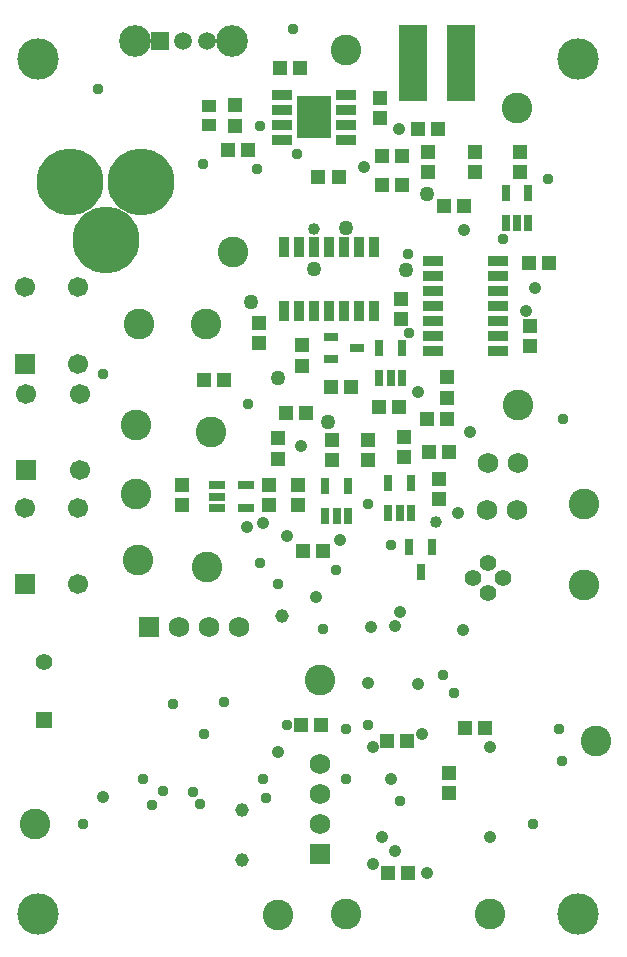
<source format=gts>
G75*
%MOIN*%
%OFA0B0*%
%FSLAX25Y25*%
%IPPOS*%
%LPD*%
%AMOC8*
5,1,8,0,0,1.08239X$1,22.5*
%
%ADD10R,0.05131X0.04737*%
%ADD11R,0.03162X0.05524*%
%ADD12R,0.03359X0.06883*%
%ADD13R,0.06883X0.03359*%
%ADD14R,0.04737X0.05131*%
%ADD15R,0.06804X0.03359*%
%ADD16R,0.11469X0.13989*%
%ADD17R,0.09461X0.25603*%
%ADD18R,0.05950X0.05950*%
%ADD19C,0.05950*%
%ADD20C,0.10603*%
%ADD21R,0.04658X0.04225*%
%ADD22R,0.06824X0.06824*%
%ADD23C,0.06824*%
%ADD24C,0.06800*%
%ADD25R,0.05524X0.03162*%
%ADD26R,0.04934X0.03162*%
%ADD27C,0.06698*%
%ADD28R,0.06698X0.06698*%
%ADD29C,0.05556*%
%ADD30R,0.03162X0.05721*%
%ADD31C,0.22296*%
%ADD32C,0.10249*%
%ADD33R,0.05544X0.05544*%
%ADD34C,0.05544*%
%ADD35C,0.13800*%
%ADD36C,0.03778*%
%ADD37C,0.04959*%
%ADD38C,0.04172*%
%ADD39C,0.04565*%
%ADD40C,0.03975*%
D10*
X0125454Y0084300D03*
X0132146Y0084300D03*
X0153954Y0078800D03*
X0160646Y0078800D03*
X0174800Y0068146D03*
X0174800Y0061454D03*
X0179954Y0083300D03*
X0186646Y0083300D03*
X0132646Y0142300D03*
X0125954Y0142300D03*
X0124300Y0157454D03*
X0124300Y0164146D03*
X0114800Y0164146D03*
X0114800Y0157454D03*
X0135800Y0172454D03*
X0135800Y0179146D03*
X0147800Y0179146D03*
X0147800Y0172454D03*
X0159800Y0173454D03*
X0159800Y0180146D03*
X0171300Y0166146D03*
X0171300Y0159454D03*
X0142146Y0196800D03*
X0135454Y0196800D03*
X0158800Y0219454D03*
X0158800Y0226146D03*
X0159146Y0264300D03*
X0152454Y0264300D03*
X0167800Y0268454D03*
X0167800Y0275146D03*
X0125146Y0303300D03*
X0118454Y0303300D03*
X0111300Y0218146D03*
X0111300Y0211454D03*
X0201800Y0210454D03*
X0201800Y0217146D03*
D11*
X0201229Y0251625D03*
X0197489Y0251625D03*
X0193749Y0251625D03*
X0193749Y0261468D03*
X0201229Y0261468D03*
X0159040Y0209721D03*
X0151560Y0209721D03*
X0151560Y0199879D03*
X0155300Y0199879D03*
X0159040Y0199879D03*
X0162040Y0164721D03*
X0154560Y0164721D03*
X0154560Y0154879D03*
X0158300Y0154879D03*
X0162040Y0154879D03*
X0141040Y0153879D03*
X0137300Y0153879D03*
X0133560Y0153879D03*
X0133560Y0163721D03*
X0141040Y0163721D03*
D12*
X0139800Y0222060D03*
X0134800Y0222060D03*
X0129800Y0222060D03*
X0124800Y0222060D03*
X0119800Y0222060D03*
X0119800Y0243540D03*
X0124800Y0243540D03*
X0129800Y0243540D03*
X0134800Y0243540D03*
X0139800Y0243540D03*
X0144800Y0243540D03*
X0149800Y0243540D03*
X0149800Y0222060D03*
X0144800Y0222060D03*
D13*
X0169560Y0223800D03*
X0169560Y0218800D03*
X0169560Y0213800D03*
X0169560Y0208800D03*
X0169560Y0228800D03*
X0169560Y0233800D03*
X0169560Y0238800D03*
X0191040Y0238800D03*
X0191040Y0233800D03*
X0191040Y0228800D03*
X0191040Y0223800D03*
X0191040Y0218800D03*
X0191040Y0213800D03*
X0191040Y0208800D03*
D14*
X0174280Y0199979D03*
X0174280Y0193286D03*
X0174146Y0186300D03*
X0167454Y0186300D03*
X0158146Y0190300D03*
X0151454Y0190300D03*
X0167954Y0175300D03*
X0174646Y0175300D03*
X0127146Y0188300D03*
X0120454Y0188300D03*
X0117800Y0179646D03*
X0117800Y0172954D03*
X0099646Y0199300D03*
X0092954Y0199300D03*
X0085800Y0164146D03*
X0085800Y0157454D03*
X0125800Y0203954D03*
X0125800Y0210646D03*
X0131278Y0266710D03*
X0137971Y0266710D03*
X0152454Y0273800D03*
X0159146Y0273800D03*
X0164454Y0282800D03*
X0171146Y0282800D03*
X0183300Y0275146D03*
X0183300Y0268454D03*
X0179646Y0257300D03*
X0172954Y0257300D03*
X0151800Y0286454D03*
X0151800Y0293146D03*
X0107646Y0275800D03*
X0100954Y0275800D03*
X0103300Y0283954D03*
X0103300Y0290646D03*
X0198300Y0275093D03*
X0198300Y0268400D03*
X0201454Y0238300D03*
X0208146Y0238300D03*
X0161146Y0034800D03*
X0154454Y0034800D03*
D15*
X0140383Y0279300D03*
X0140383Y0284300D03*
X0140383Y0289300D03*
X0140383Y0294300D03*
X0119217Y0294300D03*
X0119217Y0289300D03*
X0119217Y0284300D03*
X0119217Y0279300D03*
D16*
X0129800Y0286800D03*
D17*
X0162926Y0304800D03*
X0178713Y0304800D03*
D18*
X0078300Y0312300D03*
D19*
X0086174Y0312300D03*
X0094048Y0312300D03*
D20*
X0102316Y0312300D03*
X0070032Y0312300D03*
D21*
X0094800Y0290509D03*
X0094800Y0284091D03*
D22*
X0074860Y0116851D03*
X0131800Y0041300D03*
D23*
X0131800Y0051300D03*
X0131800Y0061300D03*
X0131800Y0071300D03*
X0104860Y0116851D03*
X0094860Y0116851D03*
X0084860Y0116851D03*
D24*
X0187300Y0155800D03*
X0197300Y0155800D03*
X0197846Y0171582D03*
X0187846Y0171582D03*
D25*
X0107221Y0164040D03*
X0107221Y0156560D03*
X0097379Y0156560D03*
X0097379Y0160300D03*
X0097379Y0164040D03*
D26*
X0135469Y0206060D03*
X0135469Y0213540D03*
X0144131Y0209800D03*
D27*
X0051158Y0204505D03*
X0051658Y0194595D03*
X0033942Y0194595D03*
X0051658Y0169005D03*
X0051158Y0156595D03*
X0033442Y0156595D03*
X0051158Y0131005D03*
X0051158Y0230095D03*
X0033442Y0230095D03*
D28*
X0033442Y0204505D03*
X0033942Y0169005D03*
X0033442Y0131005D03*
D29*
X0182800Y0133300D03*
X0187800Y0128300D03*
X0192800Y0133300D03*
X0187800Y0138300D03*
D30*
X0169040Y0143434D03*
X0165300Y0135166D03*
X0161560Y0143434D03*
D31*
X0072076Y0265174D03*
X0060461Y0245883D03*
X0048454Y0265174D03*
D32*
X0071300Y0217800D03*
X0093800Y0217800D03*
X0102800Y0241800D03*
X0070515Y0183970D03*
X0070607Y0161115D03*
X0071248Y0139296D03*
X0094119Y0136951D03*
X0095300Y0181800D03*
X0131800Y0099300D03*
X0140300Y0021300D03*
X0117800Y0020800D03*
X0188300Y0021300D03*
X0223926Y0078725D03*
X0219800Y0130800D03*
X0219800Y0157800D03*
X0197800Y0190793D03*
X0197300Y0289800D03*
X0140300Y0309300D03*
X0036800Y0051300D03*
D33*
X0039800Y0085800D03*
D34*
X0039800Y0105013D03*
D35*
X0037800Y0021300D03*
X0217800Y0021300D03*
X0217800Y0306300D03*
X0037800Y0306300D03*
D36*
X0057800Y0296300D03*
X0092800Y0271300D03*
X0110881Y0269636D03*
X0124042Y0274521D03*
X0111800Y0283800D03*
X0122800Y0316300D03*
X0161113Y0241290D03*
X0161300Y0214800D03*
X0192800Y0246300D03*
X0207800Y0266300D03*
X0212800Y0186300D03*
X0155300Y0144300D03*
X0147800Y0157800D03*
X0137020Y0135865D03*
X0132800Y0116300D03*
X0117800Y0131300D03*
X0111800Y0138300D03*
X0099800Y0091800D03*
X0092984Y0081141D03*
X0082696Y0091193D03*
X0072800Y0066300D03*
X0079300Y0062300D03*
X0075680Y0057557D03*
X0089589Y0061838D03*
X0091679Y0057774D03*
X0113800Y0059800D03*
X0112800Y0066300D03*
X0120800Y0084300D03*
X0140300Y0082800D03*
X0147853Y0084081D03*
X0140300Y0066300D03*
X0158300Y0058800D03*
X0176300Y0094800D03*
X0172835Y0100660D03*
X0211300Y0082800D03*
X0212300Y0072300D03*
X0202800Y0051300D03*
X0107800Y0191300D03*
X0059300Y0201300D03*
X0052800Y0051300D03*
D37*
X0134300Y0185300D03*
X0117800Y0199800D03*
X0108800Y0225300D03*
X0129736Y0236281D03*
X0140300Y0249800D03*
X0160300Y0235800D03*
X0167300Y0261300D03*
D38*
X0179844Y0249161D03*
X0200300Y0222300D03*
X0203300Y0229800D03*
X0164300Y0195300D03*
X0181931Y0181954D03*
X0177800Y0154800D03*
X0158300Y0121800D03*
X0156800Y0117300D03*
X0148800Y0116800D03*
X0147800Y0098300D03*
X0164300Y0097800D03*
X0165800Y0081300D03*
X0155300Y0066300D03*
X0149300Y0076800D03*
X0152300Y0046800D03*
X0156800Y0042300D03*
X0149300Y0037800D03*
X0167300Y0034800D03*
X0188300Y0046800D03*
X0188300Y0076800D03*
X0179300Y0115800D03*
X0138395Y0145782D03*
X0130300Y0126800D03*
X0120800Y0147300D03*
X0112800Y0151454D03*
X0107300Y0150300D03*
X0125300Y0177300D03*
X0146300Y0270300D03*
X0157952Y0282962D03*
X0117800Y0075300D03*
X0059300Y0060300D03*
D39*
X0105800Y0055800D03*
X0105800Y0039300D03*
X0118973Y0120414D03*
D40*
X0170300Y0151800D03*
X0129858Y0249623D03*
M02*

</source>
